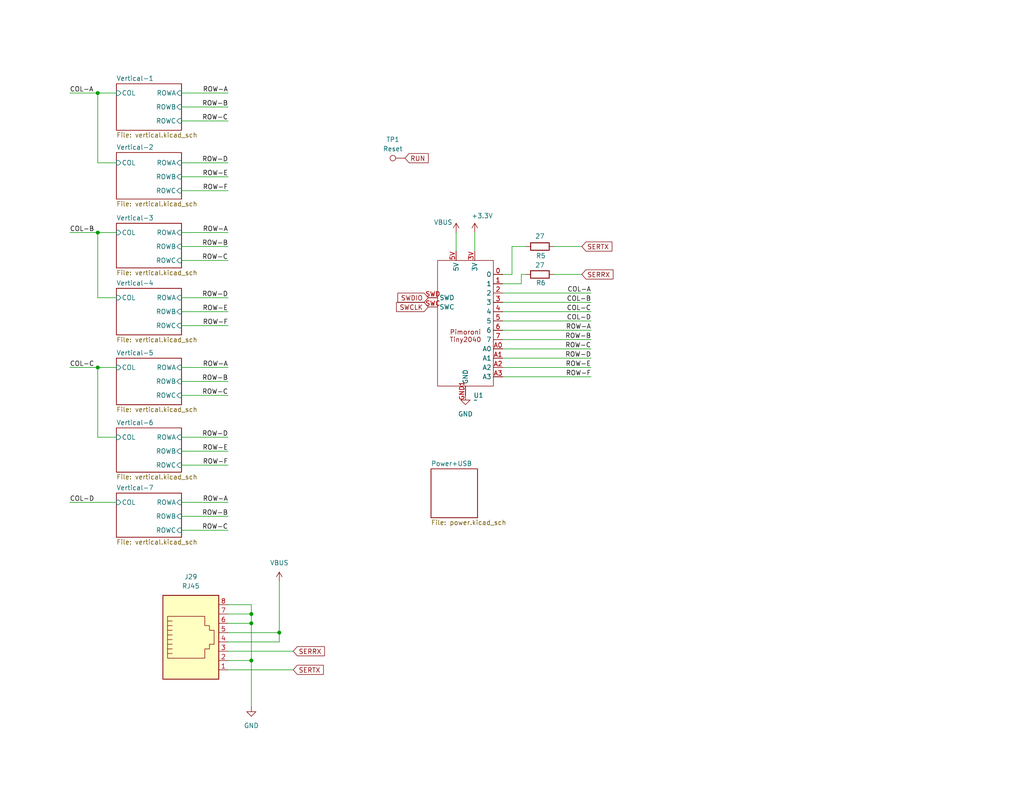
<source format=kicad_sch>
(kicad_sch (version 20231120) (generator "eeschema") (generator_version "8.0")
  (paper "A")
  (title_block (title "Jolt 2 - Right"))
  (lib_symbols
    (symbol "Connector:RJ45" (pin_names (offset 1.016))
      (property "Reference" "J" (at -5.08 13.97 0))
      (property "Value" "RJ45" (at 2.54 13.97 0))
      (symbol "RJ45_0_1"
        (polyline (pts (xy -5.08 4.445) (xy -6.35 4.445)))
        (polyline (pts (xy -5.08 5.715) (xy -6.35 5.715)))
        (polyline (pts (xy -6.35 -3.175) (xy -5.08 -3.175) (xy -5.08 -3.175)))
        (polyline (pts (xy -6.35 -1.905) (xy -5.08 -1.905) (xy -5.08 -1.905)))
        (polyline (pts (xy -6.35 -0.635) (xy -5.08 -0.635) (xy -5.08 -0.635)))
        (polyline (pts (xy -6.35 0.635) (xy -5.08 0.635) (xy -5.08 0.635)))
        (polyline (pts (xy -6.35 1.905) (xy -5.08 1.905) (xy -5.08 1.905)))
        (polyline (pts (xy -5.08 3.175) (xy -6.35 3.175) (xy -6.35 3.175)))
        (polyline (pts (xy -6.35 -4.445) (xy -6.35 6.985) (xy 3.81 6.985) (xy 3.81 4.445) (xy 5.08 4.445) (xy 5.08 3.175) (xy 6.35 3.175) (xy 6.35 -0.635) (xy 5.08 -0.635) (xy 5.08 -1.905) (xy 3.81 -1.905) (xy 3.81 -4.445) (xy -6.35 -4.445) (xy -6.35 -4.445)))
        (rectangle (start 7.62 12.7) (end -7.62 -10.16) (stroke (width 0.254)) (fill (type background)))
      )
      (symbol "RJ45_1_1"
        (pin passive line (at 10.16 -7.62 180) (length 2.54) (name "~") (number "1"))
        (pin passive line (at 10.16 -5.08 180) (length 2.54) (name "~") (number "2"))
        (pin passive line (at 10.16 -2.54 180) (length 2.54) (name "~") (number "3"))
        (pin passive line (at 10.16 0 180) (length 2.54) (name "~") (number "4"))
        (pin passive line (at 10.16 2.54 180) (length 2.54) (name "~") (number "5"))
        (pin passive line (at 10.16 5.08 180) (length 2.54) (name "~") (number "6"))
        (pin passive line (at 10.16 7.62 180) (length 2.54) (name "~") (number "7"))
        (pin passive line (at 10.16 10.16 180) (length 2.54) (name "~") (number "8"))
      )
    )
    (symbol "Connector:TestPoint" (pin_numbers hide) (pin_names (offset 0.762) hide)
      (property "Reference" "TP" (at 0 6.858 0))
      (property "Value" "TestPoint" (at 0 5.08 0))
      (symbol "TestPoint_0_1"
        (circle (center 0 3.302) (radius 0.762))
      )
      (symbol "TestPoint_1_1"
        (pin passive line (at 0 0 90) (length 2.54) (name "1") (number "1"))
      )
    )
    (symbol "David Brown Keyboard Parts:Pimoroni-Tiny2040"
      (property "Reference" "U" (at 0 0 0))
      (symbol "Pimoroni-Tiny2040_0_1"
        (rectangle (start 7.62 15.24) (end -7.62 -19.05))
      )
      (symbol "Pimoroni-Tiny2040_1_0"
        (pin bidirectional line (at 10.16 8.89 180) (length 2.54) (name "1") (number "1"))
        (pin bidirectional line (at 10.16 6.35 180) (length 2.54) (name "2") (number "2"))
        (pin bidirectional line (at 10.16 3.81 180) (length 2.54) (name "3") (number "3"))
        (pin power_out line (at 2.54 17.78 270) (length 2.54) (name "3V") (number "3V"))
        (pin bidirectional line (at 10.16 1.27 180) (length 2.54) (name "4") (number "4"))
        (pin bidirectional line (at 10.16 -1.27 180) (length 2.54) (name "5") (number "5"))
        (pin bidirectional line (at 10.16 -3.81 180) (length 2.54) (name "6") (number "6"))
        (pin bidirectional line (at 10.16 -6.35 180) (length 2.54) (name "7") (number "7"))
        (pin bidirectional line (at 10.16 -8.89 180) (length 2.54) (name "A0") (number "A0"))
        (pin bidirectional line (at 10.16 -11.43 180) (length 2.54) (name "A1") (number "A1"))
        (pin bidirectional line (at 10.16 -13.97 180) (length 2.54) (name "A2") (number "A2"))
        (pin bidirectional line (at 10.16 -16.51 180) (length 2.54) (name "A3") (number "A3"))
        (pin power_out line (at 0 -21.59 90) (length 2.54) (name "GND") (number "GND1"))
        (pin power_out line (at 0 -21.59 90) (length 2.54) hide (name "GND") (number "GND2"))
      )
      (symbol "Pimoroni-Tiny2040_1_1"
        (text "Pimoroni\nTiny2040" (at 0 -5.334 0) (effects (font (size 1.27 1.27))))
        (pin bidirectional line (at 10.16 11.43 180) (length 2.54) (name "0") (number "0"))
        (pin power_out line (at -2.54 17.78 270) (length 2.54) (name "5V") (number "5V"))
        (pin power_out line (at 0 -21.59 90) (length 2.54) hide (name "GND") (number "GND3"))
        (pin input line (at -10.16 2.54 0) (length 2.54) (name "SWC") (number "SWC"))
        (pin bidirectional line (at -10.16 5.08 0) (length 2.54) (name "SWD") (number "SWD"))
      )
    )
    (symbol "Device:R" (pin_numbers hide) (pin_names (offset 0))
      (property "Reference" "R" (at 2.032 0 90))
      (property "Value" "R" (at 0 0 90))
      (symbol "R_0_1"
        (rectangle (start -1.016 -2.54) (end 1.016 2.54) (stroke (width 0.254)))
      )
      (symbol "R_1_1"
        (pin passive line (at 0 3.81 270) (length 1.27) (name "~") (number "1"))
        (pin passive line (at 0 -3.81 90) (length 1.27) (name "~") (number "2"))
      )
    )
    (symbol "power:+3.3V" (power) (pin_numbers hide) (pin_names (offset 0) hide)
      (property "Value" "+3.3V" (at 0 3.556 0))
      (symbol "+3.3V_0_1"
        (polyline (pts (xy -0.762 1.27) (xy 0 2.54)))
        (polyline (pts (xy 0 0) (xy 0 2.54)))
        (polyline (pts (xy 0 2.54) (xy 0.762 1.27)))
      )
      (symbol "+3.3V_1_1"
        (pin power_in line (at 0 0 90) (length 0) (name "~") (number "1"))
      )
    )
    (symbol "power:GND" (power) (pin_numbers hide) (pin_names (offset 0) hide)
      (property "Value" "GND" (at 0 -3.81 0))
      (symbol "GND_0_1"
        (polyline (pts (xy 0 0) (xy 0 -1.27) (xy 1.27 -1.27) (xy 0 -2.54) (xy -1.27 -1.27) (xy 0 -1.27)))
      )
      (symbol "GND_1_1"
        (pin power_in line (at 0 0 270) (length 0) (name "~") (number "1"))
      )
    )
    (symbol "power:VBUS" (power) (pin_numbers hide) (pin_names (offset 0) hide)
      (property "Value" "VBUS" (at 0 3.556 0))
      (symbol "VBUS_0_1"
        (polyline (pts (xy -0.762 1.27) (xy 0 2.54)))
        (polyline (pts (xy 0 0) (xy 0 2.54)))
        (polyline (pts (xy 0 2.54) (xy 0.762 1.27)))
      )
      (symbol "VBUS_1_1"
        (pin power_in line (at 0 0 90) (length 0) (name "~") (number "1"))
      )
    )
  )
  (junction (at 68.58 167.64))
  (junction (at 68.58 170.18))
  (junction (at 26.67 100.33))
  (junction (at 26.67 25.4))
  (junction (at 76.2 172.72))
  (junction (at 26.67 63.5))
  (junction (at 68.58 180.34))
  (wire (pts (xy 26.67 100.33) (xy 31.75 100.33)))
  (wire (pts (xy 31.75 137.16) (xy 19.05 137.16)))
  (wire (pts (xy 68.58 170.18) (xy 68.58 180.34)))
  (wire (pts (xy 49.53 127) (xy 62.23 127)))
  (wire (pts (xy 31.75 81.28) (xy 26.67 81.28)))
  (wire (pts (xy 151.13 67.31) (xy 158.75 67.31)))
  (wire (pts (xy 62.23 182.88) (xy 80.01 182.88)))
  (wire (pts (xy 49.53 119.38) (xy 62.23 119.38)))
  (wire (pts (xy 62.23 170.18) (xy 68.58 170.18)))
  (wire (pts (xy 62.23 165.1) (xy 68.58 165.1)))
  (wire (pts (xy 49.53 100.33) (xy 62.23 100.33)))
  (wire (pts (xy 49.53 104.14) (xy 62.23 104.14)))
  (wire (pts (xy 137.16 87.63) (xy 161.29 87.63)))
  (wire (pts (xy 129.54 63.5) (xy 129.54 68.58)))
  (wire (pts (xy 137.16 92.71) (xy 161.29 92.71)))
  (wire (pts (xy 137.16 80.01) (xy 161.29 80.01)))
  (wire (pts (xy 31.75 44.45) (xy 26.67 44.45)))
  (wire (pts (xy 62.23 180.34) (xy 68.58 180.34)))
  (wire (pts (xy 49.53 52.07) (xy 62.23 52.07)))
  (wire (pts (xy 62.23 167.64) (xy 68.58 167.64)))
  (wire (pts (xy 49.53 88.9) (xy 62.23 88.9)))
  (wire (pts (xy 49.53 140.97) (xy 62.23 140.97)))
  (wire (pts (xy 139.7 67.31) (xy 139.7 74.93)))
  (wire (pts (xy 49.53 33.02) (xy 62.23 33.02)))
  (wire (pts (xy 31.75 119.38) (xy 26.67 119.38)))
  (wire (pts (xy 143.51 67.31) (xy 139.7 67.31)))
  (wire (pts (xy 76.2 175.26) (xy 76.2 172.72)))
  (wire (pts (xy 62.23 177.8) (xy 80.01 177.8)))
  (wire (pts (xy 49.53 63.5) (xy 62.23 63.5)))
  (wire (pts (xy 49.53 25.4) (xy 62.23 25.4)))
  (wire (pts (xy 62.23 175.26) (xy 76.2 175.26)))
  (wire (pts (xy 137.16 90.17) (xy 161.29 90.17)))
  (wire (pts (xy 76.2 158.75) (xy 76.2 172.72)))
  (wire (pts (xy 26.67 119.38) (xy 26.67 100.33)))
  (wire (pts (xy 68.58 165.1) (xy 68.58 167.64)))
  (wire (pts (xy 49.53 81.28) (xy 62.23 81.28)))
  (wire (pts (xy 62.23 172.72) (xy 76.2 172.72)))
  (wire (pts (xy 49.53 137.16) (xy 62.23 137.16)))
  (wire (pts (xy 68.58 167.64) (xy 68.58 170.18)))
  (wire (pts (xy 26.67 63.5) (xy 31.75 63.5)))
  (wire (pts (xy 142.24 77.47) (xy 142.24 74.93)))
  (wire (pts (xy 68.58 180.34) (xy 68.58 193.04)))
  (wire (pts (xy 49.53 48.26) (xy 62.23 48.26)))
  (wire (pts (xy 19.05 63.5) (xy 26.67 63.5)))
  (wire (pts (xy 26.67 25.4) (xy 26.67 44.45)))
  (wire (pts (xy 124.46 63.5) (xy 124.46 68.58)))
  (wire (pts (xy 19.05 25.4) (xy 26.67 25.4)))
  (wire (pts (xy 142.24 74.93) (xy 143.51 74.93)))
  (wire (pts (xy 19.05 100.33) (xy 26.67 100.33)))
  (wire (pts (xy 26.67 25.4) (xy 31.75 25.4)))
  (wire (pts (xy 137.16 85.09) (xy 161.29 85.09)))
  (wire (pts (xy 137.16 82.55) (xy 161.29 82.55)))
  (wire (pts (xy 49.53 71.12) (xy 62.23 71.12)))
  (wire (pts (xy 49.53 29.21) (xy 62.23 29.21)))
  (wire (pts (xy 49.53 67.31) (xy 62.23 67.31)))
  (wire (pts (xy 49.53 44.45) (xy 62.23 44.45)))
  (wire (pts (xy 49.53 144.78) (xy 62.23 144.78)))
  (wire (pts (xy 137.16 74.93) (xy 139.7 74.93)))
  (wire (pts (xy 151.13 74.93) (xy 158.75 74.93)))
  (wire (pts (xy 137.16 95.25) (xy 161.29 95.25)))
  (wire (pts (xy 49.53 107.95) (xy 62.23 107.95)))
  (wire (pts (xy 137.16 100.33) (xy 161.29 100.33)))
  (wire (pts (xy 49.53 123.19) (xy 62.23 123.19)))
  (wire (pts (xy 49.53 85.09) (xy 62.23 85.09)))
  (wire (pts (xy 137.16 102.87) (xy 161.29 102.87)))
  (wire (pts (xy 137.16 97.79) (xy 161.29 97.79)))
  (wire (pts (xy 26.67 81.28) (xy 26.67 63.5)))
  (wire (pts (xy 137.16 77.47) (xy 142.24 77.47)))
  (label "ROW-F" (at 62.23 88.9 180))
  (label "COL-C" (at 19.05 100.33 0))
  (label "ROW-B" (at 62.23 29.21 180))
  (label "COL-D" (at 19.05 137.16 0))
  (label "ROW-E" (at 62.23 48.26 180))
  (label "COL-D" (at 161.29 87.63 180))
  (label "ROW-F" (at 62.23 127 180))
  (label "ROW-D" (at 62.23 119.38 180))
  (label "ROW-B" (at 62.23 104.14 180))
  (label "ROW-A" (at 161.29 90.17 180))
  (label "COL-A" (at 161.29 80.01 180))
  (label "COL-B" (at 19.05 63.5 0))
  (label "ROW-C" (at 62.23 107.95 180))
  (label "ROW-A" (at 62.23 100.33 180))
  (label "ROW-C" (at 62.23 144.78 180))
  (label "ROW-D" (at 161.29 97.79 180))
  (label "ROW-B" (at 161.29 92.71 180))
  (label "ROW-A" (at 62.23 137.16 180))
  (label "ROW-E" (at 62.23 123.19 180))
  (label "ROW-B" (at 62.23 67.31 180))
  (label "ROW-A" (at 62.23 25.4 180))
  (label "COL-A" (at 19.05 25.4 0))
  (label "ROW-F" (at 161.29 102.87 180))
  (label "COL-C" (at 161.29 85.09 180))
  (label "ROW-C" (at 62.23 71.12 180))
  (label "ROW-D" (at 62.23 44.45 180))
  (label "ROW-A" (at 62.23 63.5 180))
  (label "COL-B" (at 161.29 82.55 180))
  (label "ROW-C" (at 161.29 95.25 180))
  (label "ROW-E" (at 161.29 100.33 180))
  (label "ROW-C" (at 62.23 33.02 180))
  (label "ROW-F" (at 62.23 52.07 180))
  (label "ROW-B" (at 62.23 140.97 180))
  (label "ROW-D" (at 62.23 81.28 180))
  (label "ROW-E" (at 62.23 85.09 180))
  (global_label "SERRX" (shape input) (at 158.75 74.93 0) (property "Intersheetrefs" "${INTERSHEET_REFS}" (effects (hide yes))))
  (global_label "SWCLK" (shape input) (at 116.84 83.82 180) (property "Intersheetrefs" "${INTERSHEET_REFS}" (effects (hide yes))))
  (global_label "SERTX" (shape input) (at 158.75 67.31 0) (property "Intersheetrefs" "${INTERSHEET_REFS}" (effects (hide yes))))
  (global_label "SERTX" (shape input) (at 80.01 182.88 0) (property "Intersheetrefs" "${INTERSHEET_REFS}" (effects (hide yes))))
  (global_label "SWDIO" (shape input) (at 116.84 81.28 180) (property "Intersheetrefs" "${INTERSHEET_REFS}" (effects (hide yes))))
  (global_label "RUN" (shape input) (at 110.49 43.18 0) (property "Intersheetrefs" "${INTERSHEET_REFS}" (effects (hide yes))))
  (global_label "SERRX" (shape input) (at 80.01 177.8 0) (property "Intersheetrefs" "${INTERSHEET_REFS}" (effects (hide yes))))
  (symbol (lib_id "David Brown Keyboard Parts:Pimoroni-Tiny2040") (at 127 86.36 0) (unit 1)
    (property "Reference" "U1" (at 129.1941 107.95 0) (effects (justify left)))
    (property "Value" "~" (at 129.1941 109.22 0) (effects (justify left)))
    (property "Footprint" "davidb-keyboard-foot:Pimoroni-Tiny2040" (effects (hide yes)))
  )
  (symbol (lib_id "Connector:RJ45") (at 52.07 175.26 0) (unit 1)
    (property "Reference" "J29" (at 52.07 157.48 0))
    (property "Value" "RJ45" (at 52.07 160.02 0))
    (property "Footprint" "Connector_RJ:RJ45_Amphenol_54602-x08_Horizontal" (effects (hide yes)))
    (property "Description" "RJ connector, 8P8C (8 positions 8 connected)" (effects (hide yes)))
  )
  (symbol (lib_id "power:GND") (at 68.58 193.04 0) (unit 1)
    (property "Reference" "#PWR06" (effects (hide yes)))
    (property "Value" "GND" (at 68.58 198.12 0))
    (property "Description" "Power symbol creates a global label with name \"GND\" , ground" (effects (hide yes)))
  )
  (symbol (lib_id "Connector:TestPoint") (at 110.49 43.18 90) (unit 1)
    (property "Reference" "TP1" (at 107.188 38.1 90))
    (property "Value" "Reset" (at 107.188 40.64 90))
    (property "Footprint" "TestPoint:TestPoint_Pad_2.0x2.0mm" (effects (hide yes)))
    (property "Description" "test point" (effects (hide yes)))
  )
  (symbol (lib_id "Device:R") (at 147.32 67.31 90) (unit 1)
    (property "Reference" "R5" (at 147.574 69.85 90))
    (property "Value" "27" (at 147.32 64.516 90))
    (property "Footprint" "Resistor_SMD:R_0603_1608Metric_Pad0.98x0.95mm_HandSolder" (effects (hide yes)))
    (property "Description" "Resistor" (effects (hide yes)))
  )
  (symbol (lib_id "power:VBUS") (at 76.2 158.75 0) (unit 1)
    (property "Reference" "#PWR07" (effects (hide yes)))
    (property "Value" "VBUS" (at 76.2 153.67 0))
    (property "Description" "Power symbol creates a global label with name \"VBUS\"" (effects (hide yes)))
  )
  (symbol (lib_id "power:VBUS") (at 124.46 63.5 0) (unit 1)
    (property "Reference" "#PWR01" (effects (hide yes)))
    (property "Value" "VBUS" (at 120.904 60.706 0))
    (property "Description" "Power symbol creates a global label with name \"VBUS\"" (effects (hide yes)))
  )
  (symbol (lib_id "power:+3.3V") (at 129.54 63.5 0) (unit 1)
    (property "Reference" "#PWR02" (effects (hide yes)))
    (property "Value" "+3.3V" (at 131.572 58.928 0))
    (property "Description" "Power symbol creates a global label with name \"+3.3V\"" (effects (hide yes)))
  )
  (symbol (lib_id "Device:R") (at 147.32 74.93 90) (unit 1)
    (property "Reference" "R6" (at 147.574 77.216 90))
    (property "Value" "27" (at 147.32 72.39 90))
    (property "Footprint" "Resistor_SMD:R_0603_1608Metric_Pad0.98x0.95mm_HandSolder" (effects (hide yes)))
    (property "Description" "Resistor" (effects (hide yes)))
  )
  (symbol (lib_id "power:GND") (at 127 107.95 0) (unit 1)
    (property "Reference" "#PWR04" (effects (hide yes)))
    (property "Value" "GND" (at 127 113.03 0))
    (property "Description" "Power symbol creates a global label with name \"GND\" , ground" (effects (hide yes)))
  )
  (sheet (at 31.75 78.74) (size 17.78 12.7) (stroke (width 0.1524))
    (property "Sheetname" "Vertical-4" (at 31.75 78.0284 0) (effects (justify left bottom)))
    (property "Sheetfile" "vertical.kicad_sch" (at 31.75 92.0246 0) (effects (justify left top)))
    (pin "COL" input (at 31.75 81.28 180))
    (pin "ROWC" input (at 49.53 88.9 0))
    (pin "ROWA" input (at 49.53 81.28 0))
    (pin "ROWB" input (at 49.53 85.09 0))
  )
  (sheet (at 31.75 22.86) (size 17.78 12.7) (stroke (width 0.1524))
    (property "Sheetname" "Vertical-1" (at 31.75 22.1484 0) (effects (justify left bottom)))
    (property "Sheetfile" "vertical.kicad_sch" (at 31.75 36.1446 0) (effects (justify left top)))
    (pin "COL" input (at 31.75 25.4 180))
    (pin "ROWC" input (at 49.53 33.02 0))
    (pin "ROWA" input (at 49.53 25.4 0))
    (pin "ROWB" input (at 49.53 29.21 0))
  )
  (sheet (at 31.75 41.656) (size 17.78 12.7) (stroke (width 0.1524))
    (property "Sheetname" "Vertical-2" (at 31.75 40.9444 0) (effects (justify left bottom)))
    (property "Sheetfile" "vertical.kicad_sch" (at 31.75 54.9406 0) (effects (justify left top)))
    (pin "COL" input (at 31.75 44.45 180))
    (pin "ROWC" input (at 49.53 52.07 0))
    (pin "ROWA" input (at 49.53 44.45 0))
    (pin "ROWB" input (at 49.53 48.26 0))
  )
  (sheet (at 31.75 60.96) (size 17.78 12.192) (stroke (width 0.1524))
    (property "Sheetname" "Vertical-3" (at 31.75 60.2484 0) (effects (justify left bottom)))
    (property "Sheetfile" "vertical.kicad_sch" (at 31.75 73.7366 0) (effects (justify left top)))
    (pin "COL" input (at 31.75 63.5 180))
    (pin "ROWC" input (at 49.53 71.12 0))
    (pin "ROWA" input (at 49.53 63.5 0))
    (pin "ROWB" input (at 49.53 67.31 0))
  )
  (sheet (at 117.602 128.016) (size 12.7 13.335) (stroke (width 0.1524))
    (property "Sheetname" "Power+USB" (at 117.602 127.3044 0) (effects (justify left bottom)))
    (property "Sheetfile" "power.kicad_sch" (at 117.602 141.9356 0) (effects (justify left top)))
  )
  (sheet (at 31.75 116.84) (size 17.78 12.065) (stroke (width 0.1524))
    (property "Sheetname" "Vertical-6" (at 31.75 116.1284 0) (effects (justify left bottom)))
    (property "Sheetfile" "vertical.kicad_sch" (at 31.75 129.4896 0) (effects (justify left top)))
    (pin "COL" input (at 31.75 119.38 180))
    (pin "ROWC" input (at 49.53 127 0))
    (pin "ROWA" input (at 49.53 119.38 0))
    (pin "ROWB" input (at 49.53 123.19 0))
  )
  (sheet (at 31.75 97.79) (size 17.78 12.7) (stroke (width 0.1524))
    (property "Sheetname" "Vertical-5" (at 31.75 97.0784 0) (effects (justify left bottom)))
    (property "Sheetfile" "vertical.kicad_sch" (at 31.75 111.0746 0) (effects (justify left top)))
    (pin "COL" input (at 31.75 100.33 180))
    (pin "ROWC" input (at 49.53 107.95 0))
    (pin "ROWA" input (at 49.53 100.33 0))
    (pin "ROWB" input (at 49.53 104.14 0))
  )
  (sheet (at 31.75 134.62) (size 17.78 12.065) (stroke (width 0.1524))
    (property "Sheetname" "Vertical-7" (at 31.75 133.9084 0) (effects (justify left bottom)))
    (property "Sheetfile" "vertical.kicad_sch" (at 31.75 147.2696 0) (effects (justify left top)))
    (pin "COL" input (at 31.75 137.16 180))
    (pin "ROWC" input (at 49.53 144.78 0))
    (pin "ROWA" input (at 49.53 137.16 0))
    (pin "ROWB" input (at 49.53 140.97 0))
  )
)
</source>
